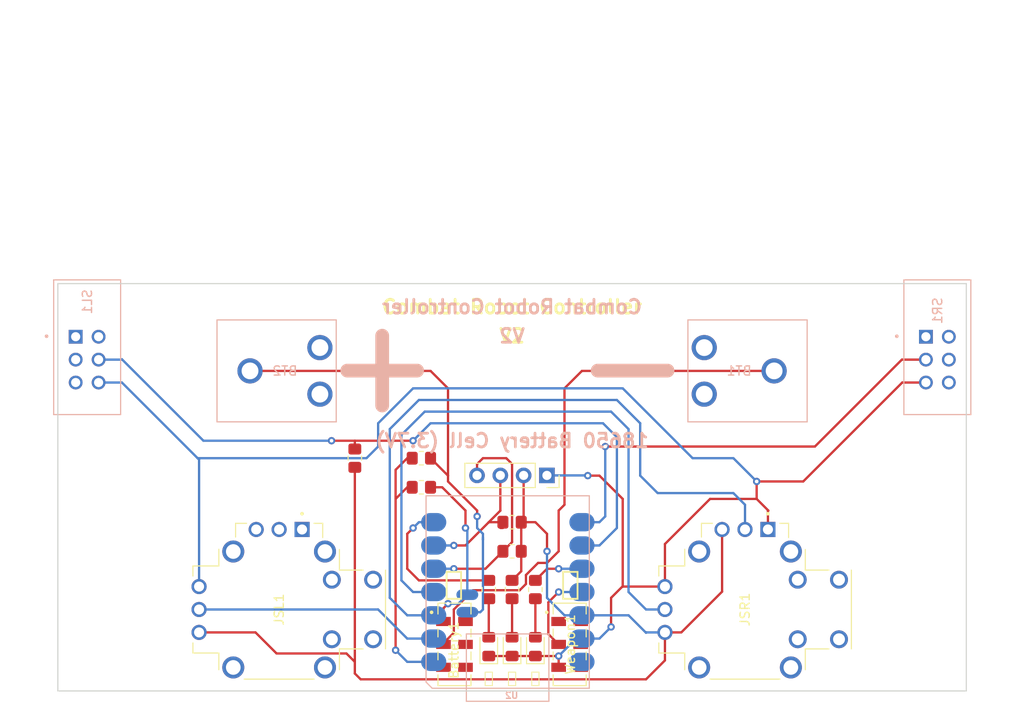
<source format=kicad_pcb>
(kicad_pcb (version 20221018) (generator pcbnew)
  (layers (0 "F.Cu" signal) (31 "B.Cu" signal) (34 "B.Paste" user) (35 "F.Paste" user) (36 "B.SilkS" user "B.Silkscreen") (37 "F.SilkS" user "F.Silkscreen") (38 "B.Mask" user) (39 "F.Mask" user) (44 "Edge.Cuts" user))
  (net 0 "")
  (net 1 "+3.3V")
  (net 2 "GND")
  (net 3 "Net-(U2-PA10_A2_D2)")
  (net 4 "Net-(Comms1-A)")
  (net 5 "Net-(Fault1-A)")
  (net 6 "Net-(U2-PA02_A0_D0)")
  (net 7 "Net-(U2-PA4_A1_D1)")
  (net 8 "Net-(OLED1-Pin_3)")
  (net 9 "Net-(OLED1-Pin_4)")
  (net 11 "Net-(U2-PA6_A10_D10_MOSI)")
  (net 14 "Net-(U2-PA5_A9_D9_MISO)")
  (net 18 "Net-(U2-PA7_A8_D8_SCK)")
  (net 19 "Net-(U2-PB08_A6_D6_TX)")
  (net 21 "Net-(BT3-+)")
  (net 23 "Net-(BT3--)")
  (net 25 "Net-(U2-BAT-)")
  (net 26 "Net-(BT1-Pad1_3)")
  (net 27 "Net-(U2-BAT+)")
  (net 28 "Net-(Power1-A)")
  (net 29 "Net-(U2-PA11_A3_D3)")
  (net 30 "Net-(U2-PB09_A7_D7_RX)")
  (net 32 "unconnected-(SL1-Pad3)")
  (footprint "SnapEDA Library:SW_JS202011JCQN" (layer "F.Cu") (at 184.08 109.22)
    (fp_text reference "Weapon1" (at 0.07 0 90) (layer "F.SilkS"))
    (fp_text value "sw2")
    (fp_line (start -1.8 -4.5) (end 1.8 -4.5) (stroke (width 0.127)) (layer "F.SilkS"))
    (fp_line (start -1.8 -3.32) (end -1.8 -4.5) (stroke (width 0.127)) (layer "F.SilkS"))
    (fp_line (start -1.8 -0.82) (end -1.8 -1.68) (stroke (width 0.127)) (layer "F.SilkS"))
    (fp_line (start -1.8 1.68) (end -1.8 0.82) (stroke (width 0.127)) (layer "F.SilkS"))
    (fp_line (start -1.8 4.5) (end -1.8 3.32) (stroke (width 0.127)) (layer "F.SilkS"))
    (fp_line (start 1.8 -4.5) (end 1.8 -3.32) (stroke (width 0.127)) (layer "F.SilkS"))
    (fp_line (start 1.8 -1.68) (end 1.8 -0.82) (stroke (width 0.127)) (layer "F.SilkS"))
    (fp_line (start 1.8 0.82) (end 1.8 1.68) (stroke (width 0.127)) (layer "F.SilkS"))
    (fp_line (start 1.8 3.32) (end 1.8 4.5) (stroke (width 0.127)) (layer "F.SilkS"))
    (fp_line (start 1.8 4.5) (end -1.8 4.5) (stroke (width 0.127)) (layer "F.SilkS"))
    (fp_circle (center -2.5 -3.5) (end -2.4 -3.5) (stroke (width 0.2)) (fill none) (layer "F.SilkS"))
    (pad "1" smd rect (at -1.2 -2.5) (size 1.6 1) (layers "F.Cu" "F.Paste" "F.Mask"))
    (pad "2" smd rect (at -1.2 0) (size 1.6 1) (layers "F.Cu" "F.Paste" "F.Mask") (net 11 "Net-(U2-PA6_A10_D10_MOSI)"))
    (pad "3" smd rect (at -1.2 2.5) (size 1.6 1) (layers "F.Cu" "F.Paste" "F.Mask") (net 2 "GND"))
    (pad "5" smd rect (at 1.2 -2.5) (size 1.6 1) (layers "F.Cu" "F.Paste" "F.Mask"))
    (pad "6" smd rect (at 1.2 0) (size 1.6 1) (layers "F.Cu" "F.Paste" "F.Mask"))
    (pad "7" smd rect (at 1.2 2.5) (size 1.6 1) (layers "F.Cu" "F.Paste" "F.Mask"))
  )
  (footprint "SnapEDA Library:SW_JS202011JCQN" (layer "F.Cu") (at 171.52 109.22)
    (fp_text reference "Battery1" (at -0.07 0.635 90) (layer "F.SilkS"))
    (fp_text value "sw1")
    (fp_line (start -1.8 -4.5) (end 1.8 -4.5) (stroke (width 0.127)) (layer "F.SilkS"))
    (fp_line (start -1.8 -3.32) (end -1.8 -4.5) (stroke (width 0.127)) (layer "F.SilkS"))
    (fp_line (start -1.8 -0.82) (end -1.8 -1.68) (stroke (width 0.127)) (layer "F.SilkS"))
    (fp_line (start -1.8 1.68) (end -1.8 0.82) (stroke (width 0.127)) (layer "F.SilkS"))
    (fp_line (start -1.8 4.5) (end -1.8 3.32) (stroke (width 0.127)) (layer "F.SilkS"))
    (fp_line (start 1.8 -4.5) (end 1.8 -3.32) (stroke (width 0.127)) (layer "F.SilkS"))
    (fp_line (start 1.8 -1.68) (end 1.8 -0.82) (stroke (width 0.127)) (layer "F.SilkS"))
    (fp_line (start 1.8 0.82) (end 1.8 1.68) (stroke (width 0.127)) (layer "F.SilkS"))
    (fp_line (start 1.8 3.32) (end 1.8 4.5) (stroke (width 0.127)) (layer "F.SilkS"))
    (fp_line (start 1.8 4.5) (end -1.8 4.5) (stroke (width 0.127)) (layer "F.SilkS"))
    (fp_circle (center -2.5 -3.5) (end -2.4 -3.5) (stroke (width 0.2)) (fill none) (layer "F.SilkS"))
    (pad "1" smd rect (at -1.2 -2.5) (size 1.6 1) (layers "F.Cu" "F.Paste" "F.Mask") (net 27 "Net-(U2-BAT+)"))
    (pad "2" smd rect (at -1.2 0) (size 1.6 1) (layers "F.Cu" "F.Paste" "F.Mask") (net 26 "Net-(BT1-Pad1_3)"))
    (pad "3" smd rect (at -1.2 2.5) (size 1.6 1) (layers "F.Cu" "F.Paste" "F.Mask"))
    (pad "5" smd rect (at 1.2 -2.5) (size 1.6 1) (layers "F.Cu" "F.Paste" "F.Mask"))
    (pad "6" smd rect (at 1.2 0) (size 1.6 1) (layers "F.Cu" "F.Paste" "F.Mask"))
    (pad "7" smd rect (at 1.2 2.5) (size 1.6 1) (layers "F.Cu" "F.Paste" "F.Mask"))
  )
  (footprint "Resistor_SMD:R_0805_2012Metric_Pad1.20x1.40mm_HandSolder" (layer "F.Cu") (at 167.91 88.9 180)
    (fp_text reference "220kohm2" hide)
    (fp_text value "R_US")
    (fp_line (start -0.227064 -0.735) (end 0.227064 -0.735) (stroke (width 0.12)) (layer "F.SilkS"))
    (fp_line (start -0.227064 0.735) (end 0.227064 0.735) (stroke (width 0.12)) (layer "F.SilkS"))
    (pad "1" smd roundrect (at -1 0 180) (size 1.2 1.4) (layers "F.Cu" "F.Paste" "F.Mask") (roundrect_rratio 0.208333) (net 25 "Net-(U2-BAT-)"))
    (pad "2" smd roundrect (at 1 0 180) (size 1.2 1.4) (layers "F.Cu" "F.Paste" "F.Mask") (roundrect_rratio 0.208333) (net 6 "Net-(U2-PA02_A0_D0)"))
  )
  (footprint "MountingHole:MountingHole_3.2mm_M3" (layer "F.Cu") (at 131.445 111.125)
    (fp_text reference "REF**" hide)
    (fp_text value "MountingHole_3.2mm_M3")
    (pad "" np_thru_hole circle (at 0 0) (size 3.2 3.2) (drill 3.2) (layers "F&B.Cu" "*.Mask"))
  )
  (footprint "LED_SMD:LED_0805_2012Metric_Pad1.15x1.40mm_HandSolder" (layer "F.Cu") (at 175.26 109.465 90)
    (fp_text reference "Fault1" hide)
    (fp_text value "LED")
    (fp_line (start -1.86 -0.96) (end -1.86 0.96) (stroke (width 0.12)) (layer "F.SilkS"))
    (fp_line (start -1.86 0.96) (end 1 0.96) (stroke (width 0.12)) (layer "F.SilkS"))
    (fp_line (start 1 -0.96) (end -1.86 -0.96) (stroke (width 0.12)) (layer "F.SilkS"))
    (pad "1" smd roundrect (at -1.025 0 90) (size 1.15 1.4) (layers "F.Cu" "F.Paste" "F.Mask") (roundrect_rratio 0.217391) (net 2 "GND"))
    (pad "2" smd roundrect (at 1.025 0 90) (size 1.15 1.4) (layers "F.Cu" "F.Paste" "F.Mask") (roundrect_rratio 0.217391) (net 5 "Net-(Fault1-A)"))
  )
  (footprint "MountingHole:MountingHole_3.2mm_M3" (layer "F.Cu") (at 224.155 88.9)
    (fp_text reference "REF**" hide)
    (fp_text value "MountingHole_3.2mm_M3")
    (pad "" np_thru_hole circle (at 0 0) (size 3.2 3.2) (drill 3.2) (layers "F&B.Cu" "*.Mask"))
  )
  (footprint "footprints:CNK_THB001P" (layer "F.Cu") (at 152.4 105.41 90)
    (fp_text reference "JSL1" (at 0 0 90) (layer "F.SilkS"))
    (fp_text value "THB001P")
    (fp_line (start -7.6 -3.81) (end -7.6 3.81) (stroke (width 0.127)) (layer "F.SilkS"))
    (fp_line (start -6.575 6.575) (end -4.3 6.575) (stroke (width 0.127)) (layer "F.SilkS"))
    (fp_line (start -4.75 -9.4) (end -4.75 -6.575) (stroke (width 0.127)) (layer "F.SilkS"))
    (fp_line (start -4.75 -6.575) (end -6.575 -6.575) (stroke (width 0.127)) (layer "F.SilkS"))
    (fp_line (start -4.3 6.575) (end -4.3 9.15) (stroke (width 0.127)) (layer "F.SilkS"))
    (fp_line (start -4.3 11.6) (end 4.3 11.6) (stroke (width 0.127)) (layer "F.SilkS"))
    (fp_line (start -3.65 -9.4) (end -4.75 -9.4) (stroke (width 0.127)) (layer "F.SilkS"))
    (fp_line (start 3.65 -9.4) (end 4.75 -9.4) (stroke (width 0.127)) (layer "F.SilkS"))
    (fp_line (start 4.3 6.575) (end 6.55 6.575) (stroke (width 0.127)) (layer "F.SilkS"))
    (fp_line (start 4.3 9.15) (end 4.3 6.575) (stroke (width 0.127)) (layer "F.SilkS"))
    (fp_line (start 4.75 -9.4) (end 4.75 -6.575) (stroke (width 0.127)) (layer "F.SilkS"))
    (fp_line (start 4.75 -6.575) (end 6.575 -6.575) (stroke (width 0.127)) (layer "F.SilkS"))
    (fp_line (start 7.9 -4.75) (end 9.4 -4.75) (stroke (width 0.127)) (layer "F.SilkS"))
    (fp_line (start 9.4 -4.75) (end 9.4 -3.55) (stroke (width 0.127)) (layer "F.SilkS"))
    (fp_line (start 9.4 3.8) (end 9.4 4.75) (stroke (width 0.127)) (layer "F.SilkS"))
    (fp_line (start 9.4 4.75) (end 7.85 4.75) (stroke (width 0.127)) (layer "F.SilkS"))
    (fp_circle (center 10.45 2.5) (end 10.55 2.5) (stroke (width 0.2)) (fill none) (layer "F.SilkS"))
    (pad "A" thru_hole circle (at -3.25 5.75 90) (size 1.95 1.95) (drill 1.3) (layers "*.Cu" "*.Mask"))
    (pad "B" thru_hole circle (at 3.25 5.75 90) (size 1.95 1.95) (drill 1.3) (layers "*.Cu" "*.Mask"))
    (pad "C" thru_hole circle (at -3.25 10.25 90) (size 1.95 1.95) (drill 1.3) (layers "*.Cu" "*.Mask"))
    (pad "D" thru_hole circle (at 3.25 10.25 90) (size 1.95 1.95) (drill 1.3) (layers "*.Cu" "*.Mask"))
    (pad "S1" thru_hole circle (at 6.325 -5 90) (size 2.4 2.4) (drill 1.6) (layers "*.Cu" "*.Mask"))
    (pad "S2" thru_hole circle (at -6.325 -5 90) (size 2.4 2.4) (drill 1.6) (layers "*.Cu" "*.Mask"))
    (pad "S3" thru_hole circle (at -6.325 5 90) (size 2.4 2.4) (drill 1.6) (layers "*.Cu" "*.Mask"))
    (pad "S4" thru_hole circle (at 6.325 5 90) (size 2.4 2.4) (drill 1.6) (layers "*.Cu" "*.Mask"))
    (pad "VR1_1" thru_hole rect (at 8.73 2.5 90) (size 1.65 1.65) (drill 1.1) (layers "*.Cu" "*.Mask"))
    (pad "VR1_2" thru_hole circle (at 8.73 0 90) (size 1.65 1.65) (drill 1.1) (layers "*.Cu" "*.Mask"))
    (pad "VR1_3" thru_hole circle (at 8.73 -2.5 90) (size 1.65 1.65) (drill 1.1) (layers "*.Cu" "*.Mask"))
    (pad "VR2_1" thru_hole circle (at 2.5 -8.73 90) (size 1.65 1.65) (drill 1.1) (layers "*.Cu" "*.Mask") (net 2 "GND"))
    (pad "VR2_2" thru_hole circle (at 0 -8.73 90) (size 1.65 1.65) (drill 1.1) (layers "*.Cu" "*.Mask") (net 7 "Net-(U2-PA4_A1_D1)"))
    (pad "VR2_3" thru_hole circle (at -2.5 -8.73 90) (size 1.65 1.65) (drill 1.1) (layers "*.Cu" "*.Mask") (net 1 "+3.3V"))
  )
  (footprint "footprints:CNK_THB001P" (layer "F.Cu") (at 203.2 105.41 90)
    (fp_text reference "JSR1" (at 0 0 90) (layer "F.SilkS"))
    (fp_text value "THB001P")
    (fp_line (start -7.6 -3.81) (end -7.6 3.81) (stroke (width 0.127)) (layer "F.SilkS"))
    (fp_line (start -6.575 6.575) (end -4.3 6.575) (stroke (width 0.127)) (layer "F.SilkS"))
    (fp_line (start -4.75 -9.4) (end -4.75 -6.575) (stroke (width 0.127)) (layer "F.SilkS"))
    (fp_line (start -4.75 -6.575) (end -6.575 -6.575) (stroke (width 0.127)) (layer "F.SilkS"))
    (fp_line (start -4.3 6.575) (end -4.3 9.15) (stroke (width 0.127)) (layer "F.SilkS"))
    (fp_line (start -4.3 11.6) (end 4.3 11.6) (stroke (width 0.127)) (layer "F.SilkS"))
    (fp_line (start -3.65 -9.4) (end -4.75 -9.4) (stroke (width 0.127)) (layer "F.SilkS"))
    (fp_line (start 3.65 -9.4) (end 4.75 -9.4) (stroke (width 0.127)) (layer "F.SilkS"))
    (fp_line (start 4.3 6.575) (end 6.55 6.575) (stroke (width 0.127)) (layer "F.SilkS"))
    (fp_line (start 4.3 9.15) (end 4.3 6.575) (stroke (width 0.127)) (layer "F.SilkS"))
    (fp_line (start 4.75 -9.4) (end 4.75 -6.575) (stroke (width 0.127)) (layer "F.SilkS"))
    (fp_line (start 4.75 -6.575) (end 6.575 -6.575) (stroke (width 0.127)) (layer "F.SilkS"))
    (fp_line (start 7.9 -4.75) (end 9.4 -4.75) (stroke (width 0.127)) (layer "F.SilkS"))
    (fp_line (start 9.4 -4.75) (end 9.4 -3.55) (stroke (width 0.127)) (layer "F.SilkS"))
    (fp_line (start 9.4 3.8) (end 9.4 4.75) (stroke (width 0.127)) (layer "F.SilkS"))
    (fp_line (start 9.4 4.75) (end 7.85 4.75) (stroke (width 0.127)) (layer "F.SilkS"))
    (fp_circle (center 10.45 2.5) (end 10.55 2.5) (stroke (width 0.2)) (fill none) (layer "F.SilkS"))
    (pad "A" thru_hole circle (at -3.25 5.75 90) (size 1.95 1.95) (drill 1.3) (layers "*.Cu" "*.Mask"))
    (pad "B" thru_hole circle (at 3.25 5.75 90) (size 1.95 1.95) (drill 1.3) (layers "*.Cu" "*.Mask"))
    (pad "C" thru_hole circle (at -3.25 10.25 90) (size 1.95 1.95) (drill 1.3) (layers "*.Cu" "*.Mask"))
    (pad "D" thru_hole circle (at 3.25 10.25 90) (size 1.95 1.95) (drill 1.3) (layers "*.Cu" "*.Mask"))
    (pad "S1" thru_hole circle (at 6.325 -5 90) (size 2.4 2.4) (drill 1.6) (layers "*.Cu" "*.Mask"))
    (pad "S2" thru_hole circle (at -6.325 -5 90) (size 2.4 2.4) (drill 1.6) (layers "*.Cu" "*.Mask"))
    (pad "S3" thru_hole circle (at -6.325 5 90) (size 2.4 2.4) (drill 1.6) (layers "*.Cu" "*.Mask"))
    (pad "S4" thru_hole circle (at 6.325 5 90) (size 2.4 2.4) (drill 1.6) (layers "*.Cu" "*.Mask"))
    (pad "VR1_1" thru_hole rect (at 8.73 2.5 90) (size 1.65 1.65) (drill 1.1) (layers "*.Cu" "*.Mask") (net 2 "GND"))
    (pad "VR1_2" thru_hole circle (at 8.73 0 90) (size 1.65 1.65) (drill 1.1) (layers "*.Cu" "*.Mask") (net 3 "Net-(U2-PA10_A2_D2)"))
    (pad "VR1_3" thru_hole circle (at 8.73 -2.5 90) (size 1.65 1.65) (drill 1.1) (layers "*.Cu" "*.Mask") (net 1 "+3.3V"))
    (pad "VR2_1" thru_hole circle (at 2.5 -8.73 90) (size 1.65 1.65) (drill 1.1) (layers "*.Cu" "*.Mask") (net 2 "GND"))
    (pad "VR2_2" thru_hole circle (at 0 -8.73 90) (size 1.65 1.65) (drill 1.1) (layers "*.Cu" "*.Mask") (net 29 "Net-(U2-PA11_A3_D3)"))
    (pad "VR2_3" thru_hole circle (at -2.5 -8.73 90) (size 1.65 1.65) (drill 1.1) (layers "*.Cu" "*.Mask") (net 1 "+3.3V"))
  )
  (footprint "Resistor_SMD:R_0805_2012Metric_Pad1.20x1.40mm_HandSolder" (layer "F.Cu") (at 180.34 103.235 90)
    (fp_text reference "600ohm2" hide)
    (fp_text value "R_US")
    (fp_line (start -0.227064 -0.735) (end 0.227064 -0.735) (stroke (width 0.12)) (layer "F.SilkS"))
    (fp_line (start -0.227064 0.735) (end 0.227064 0.735) (stroke (width 0.12)) (layer "F.SilkS"))
    (pad "1" smd roundrect (at -1 0 90) (size 1.2 1.4) (layers "F.Cu" "F.Paste" "F.Mask") (roundrect_rratio 0.208333) (net 4 "Net-(Comms1-A)"))
    (pad "2" smd roundrect (at 1 0 90) (size 1.2 1.4) (layers "F.Cu" "F.Paste" "F.Mask") (roundrect_rratio 0.208333) (net 14 "Net-(U2-PA5_A9_D9_MISO)"))
  )
  (footprint "Resistor_SMD:R_0805_2012Metric_Pad1.20x1.40mm_HandSolder" (layer "F.Cu") (at 177.8 95.885)
    (fp_text reference "2200ohm1" hide)
    (fp_text value "R_US")
    (fp_line (start -0.227064 -0.735) (end 0.227064 -0.735) (stroke (width 0.12)) (layer "F.SilkS"))
    (fp_line (start -0.227064 0.735) (end 0.227064 0.735) (stroke (width 0.12)) (layer "F.SilkS"))
    (pad "1" smd roundrect (at -1 0) (size 1.2 1.4) (layers "F.Cu" "F.Paste" "F.Mask") (roundrect_rratio 0.208333) (net 8 "Net-(OLED1-Pin_3)"))
    (pad "2" smd roundrect (at 1 0) (size 1.2 1.4) (layers "F.Cu" "F.Paste" "F.Mask") (roundrect_rratio 0.208333) (net 1 "+3.3V"))
  )
  (footprint "Resistor_SMD:R_0805_2012Metric_Pad1.20x1.40mm_HandSolder" (layer "F.Cu") (at 167.91 92.075)
    (fp_text reference "220kohm1" hide)
    (fp_text value "R_US")
    (fp_line (start -0.227064 -0.735) (end 0.227064 -0.735) (stroke (width 0.12)) (layer "F.SilkS"))
    (fp_line (start -0.227064 0.735) (end 0.227064 0.735) (stroke (width 0.12)) (layer "F.SilkS"))
    (pad "1" smd roundrect (at -1 0) (size 1.2 1.4) (layers "F.Cu" "F.Paste" "F.Mask") (roundrect_rratio 0.208333) (net 6 "Net-(U2-PA02_A0_D0)"))
    (pad "2" smd roundrect (at 1 0) (size 1.2 1.4) (layers "F.Cu" "F.Paste" "F.Mask") (roundrect_rratio 0.208333) (net 27 "Net-(U2-BAT+)"))
  )
  (footprint "LED_SMD:LED_0805_2012Metric_Pad1.15x1.40mm_HandSolder" (layer "F.Cu") (at 180.34 109.465 90)
    (fp_text reference "Comms1" hide)
    (fp_text value "LED")
    (fp_line (start -1.86 -0.96) (end -1.86 0.96) (stroke (width 0.12)) (layer "F.SilkS"))
    (fp_line (start -1.86 0.96) (end 1 0.96) (stroke (width 0.12)) (layer "F.SilkS"))
    (fp_line (start 1 -0.96) (end -1.86 -0.96) (stroke (width 0.12)) (layer "F.SilkS"))
    (pad "1" smd roundrect (at -1.025 0 90) (size 1.15 1.4) (layers "F.Cu" "F.Paste" "F.Mask") (roundrect_rratio 0.217391) (net 2 "GND"))
    (pad "2" smd roundrect (at 1.025 0 90) (size 1.15 1.4) (layers "F.Cu" "F.Paste" "F.Mask") (roundrect_rratio 0.217391) (net 4 "Net-(Comms1-A)"))
  )
  (footprint "Resistor_SMD:R_0805_2012Metric_Pad1.20x1.40mm_HandSolder" (layer "F.Cu") (at 177.8 99.06)
    (fp_text reference "2200ohm2" hide)
    (fp_text value "R_US")
    (fp_line (start -0.227064 -0.735) (end 0.227064 -0.735) (stroke (width 0.12)) (layer "F.SilkS"))
    (fp_line (start -0.227064 0.735) (end 0.227064 0.735) (stroke (width 0.12)) (layer "F.SilkS"))
    (pad "1" smd roundrect (at -1 0) (size 1.2 1.4) (layers "F.Cu" "F.Paste" "F.Mask") (roundrect_rratio 0.208333) (net 9 "Net-(OLED1-Pin_4)"))
    (pad "2" smd roundrect (at 1 0) (size 1.2 1.4) (layers "F.Cu" "F.Paste" "F.Mask") (roundrect_rratio 0.208333) (net 1 "+3.3V"))
  )
  (footprint "MountingHole:MountingHole_3.2mm_M3" (layer "F.Cu") (at 224.155 111.125)
    (fp_text reference "REF**" hide)
    (fp_text value "MountingHole_3.2mm_M3")
    (pad "" np_thru_hole circle (at 0 0) (size 3.2 3.2) (drill 3.2) (layers "F&B.Cu" "*.Mask"))
  )
  (footprint "Resistor_SMD:R_0805_2012Metric_Pad1.20x1.40mm_HandSolder" (layer "F.Cu") (at 160.655 88.9 90)
    (fp_text reference "10kohm1" hide)
    (fp_text value "R_US")
    (fp_line (start -0.227064 -0.735) (end 0.227064 -0.735) (stroke (width 0.12)) (layer "F.SilkS"))
    (fp_line (start -0.227064 0.735) (end 0.227064 0.735) (stroke (width 0.12)) (layer "F.SilkS"))
    (pad "1" smd roundrect (at -1 0 90) (size 1.2 1.4) (layers "F.Cu" "F.Paste" "F.Mask") (roundrect_rratio 0.208333) (net 1 "+3.3V"))
    (pad "2" smd roundrect (at 1 0 90) (size 1.2 1.4) (layers "F.Cu" "F.Paste" "F.Mask") (roundrect_rratio 0.208333) (net 18 "Net-(U2-PA7_A8_D8_SCK)"))
  )
  (footprint "Resistor_SMD:R_0805_2012Metric_Pad1.20x1.40mm_HandSolder" (layer "F.Cu") (at 177.8 103.235 90)
    (fp_text reference "600ohm3" hide)
    (fp_text value "R_US")
    (fp_line (start -0.227064 -0.735) (end 0.227064 -0.735) (stroke (width 0.12)) (layer "F.SilkS"))
    (fp_line (start -0.227064 0.735) (end 0.227064 0.735) (stroke (width 0.12)) (layer "F.SilkS"))
    (pad "1" smd roundrect (at -1 0 90) (size 1.2 1.4) (layers "F.Cu" "F.Paste" "F.Mask") (roundrect_rratio 0.208333) (net 28 "Net-(Power1-A)"))
    (pad "2" smd roundrect (at 1 0 90) (size 1.2 1.4) (layers "F.Cu" "F.Paste" "F.Mask") (roundrect_rratio 0.208333) (net 1 "+3.3V"))
  )
  (footprint "Connector_PinSocket_2.54mm:PinSocket_1x04_P2.54mm_Vertical" (layer "F.Cu") (at 181.6 90.78 -90)
    (fp_text reference "OLED1" hide)
    (fp_text value "Conn_01x04_Female")
    (fp_line (start -1.33 1.27) (end -1.33 8.95) (stroke (width 0.12)) (layer "F.SilkS"))
    (fp_line (start -1.33 1.27) (end 1.33 1.27) (stroke (width 0.12)) (layer "F.SilkS"))
    (fp_line (start -1.33 8.95) (end 1.33 8.95) (stroke (width 0.12)) (layer "F.SilkS"))
    (fp_line (start 0 -1.33) (end 1.33 -1.33) (stroke (width 0.12)) (layer "F.SilkS"))
    (fp_line (start 1.33 -1.33) (end 1.33 0) (stroke (width 0.12)) (layer "F.SilkS"))
    (fp_line (start 1.33 1.27) (end 1.33 8.95) (stroke (width 0.12)) (layer "F.SilkS"))
    (pad "1" thru_hole rect (at 0 0 270) (size 1.7 1.7) (drill 1) (layers "*.Cu" "*.Mask") (net 2 "GND"))
    (pad "2" thru_hole oval (at 0 2.54 270) (size 1.7 1.7) (drill 1) (layers "*.Cu" "*.Mask") (net 1 "+3.3V"))
    (pad "3" thru_hole oval (at 0 5.08 270) (size 1.7 1.7) (drill 1) (layers "*.Cu" "*.Mask") (net 8 "Net-(OLED1-Pin_3)"))
    (pad "4" thru_hole oval (at 0 7.62 270) (size 1.7 1.7) (drill 1) (layers "*.Cu" "*.Mask") (net 9 "Net-(OLED1-Pin_4)"))
  )
  (footprint "MountingHole:MountingHole_3.2mm_M3" (layer "F.Cu") (at 131.445 88.9)
    (fp_text reference "REF**" hide)
    (fp_text value "MountingHole_3.2mm_M3")
    (pad "" np_thru_hole circle (at 0 0) (size 3.2 3.2) (drill 3.2) (layers "*.Cu" "*.Mask"))
  )
  (footprint "LED_SMD:LED_0805_2012Metric_Pad1.15x1.40mm_HandSolder" (layer "F.Cu") (at 177.8 109.465 90)
    (fp_text reference "Power1" hide)
    (fp_text value "LED")
    (fp_line (start -1.86 -0.96) (end -1.86 0.96) (stroke (width 0.12)) (layer "F.SilkS"))
    (fp_line (start -1.86 0.96) (end 1 0.96) (stroke (width 0.12)) (layer "F.SilkS"))
    (fp_line (start 1 -0.96) (end -1.86 -0.96) (stroke (width 0.12)) (layer "F.SilkS"))
    (pad "1" smd roundrect (at -1.025 0 90) (size 1.15 1.4) (layers "F.Cu" "F.Paste" "F.Mask") (roundrect_rratio 0.217391) (net 2 "GND"))
    (pad "2" smd roundrect (at 1.025 0 90) (size 1.15 1.4) (layers "F.Cu" "F.Paste" "F.Mask") (roundrect_rratio 0.217391) (net 28 "Net-(Power1-A)"))
  )
  (footprint "Resistor_SMD:R_0805_2012Metric_Pad1.20x1.40mm_HandSolder" (layer "F.Cu") (at 175.26 103.235 90)
    (fp_text reference "600ohm1" hide)
    (fp_text value "R_US")
    (fp_line (start -0.227064 -0.735) (end 0.227064 -0.735) (stroke (width 0.12)) (layer "F.SilkS"))
    (fp_line (start -0.227064 0.735) (end 0.227064 0.735) (stroke (width 0.12)) (layer "F.SilkS"))
    (pad "1" smd roundrect (at -1 0 90) (size 1.2 1.4) (layers "F.Cu" "F.Paste" "F.Mask") (roundrect_rratio 0.208333) (net 5 "Net-(Fault1-A)"))
    (pad "2" smd roundrect (at 1 0 90) (size 1.2 1.4) (layers "F.Cu" "F.Paste" "F.Mask") (roundrect_rratio 0.208333) (net 19 "Net-(U2-PB08_A6_D6_TX)"))
  )
  (footprint "footprints:SW_PBH2UEESNPNAGX" (layer "B.Cu") (at 130.215 75.645 90)
    (fp_text reference "SL1" (at 3.81 1.27 270) (layer "B.SilkS") (effects (justify mirror)))
    (fp_text value "PBH2UEESNPNAGX")
    (fp_line (start -8.5 -2.4) (end 6.2 -2.4) (stroke (width 0.127)) (layer "B.SilkS"))
    (fp_line (start -8.5 4.9) (end -8.5 -2.4) (stroke (width 0.127)) (layer "B.SilkS"))
    (fp_line (start 6.2 -2.4) (end 6.2 4.9) (stroke (width 0.127)) (layer "B.SilkS"))
    (fp_line (start 6.2 4.9) (end -8.5 4.9) (stroke (width 0.127)) (layer "B.SilkS"))
    (fp_circle (center 0.051 -3.175) (end 0.151 -3.175) (stroke (width 0.2)) (fill none) (layer "B.SilkS"))
    (pad "1" thru_hole rect (at 0 0 90) (size 1.508 1.508) (drill 1) (layers "*.Cu" "*.Mask"))
    (pad "2" thru_hole circle (at -2.5 0 90) (size 1.508 1.508) (drill 1) (layers "*.Cu" "*.Mask"))
    (pad "3" thru_hole circle (at -5 0 90) (size 1.508 1.508) (drill 1) (layers "*.Cu" "*.Mask") (net 32 "unconnected-(SL1-Pad3)"))
    (pad "4" thru_hole circle (at 0 2.5 90) (size 1.508 1.508) (drill 1) (layers "*.Cu" "*.Mask"))
    (pad "5" thru_hole circle (at -2.5 2.5 90) (size 1.508 1.508) (drill 1) (layers "*.Cu" "*.Mask") (net 18 "Net-(U2-PA7_A8_D8_SCK)"))
    (pad "6" thru_hole circle (at -5 2.5 90) (size 1.508 1.508) (drill 1) (layers "*.Cu" "*.Mask") (net 2 "GND"))
  )
  (footprint "xiao ESP32C3_PCB:MOUDLE14P-SMD-2.54-21X17.8MM" (layer "B.Cu") (at 168.42 93.005)
    (fp_text reference "U2" (at 9.3345 21.7805 180) (layer "B.SilkS") (effects (font (size 0.7 0.7)) (justify mirror)))
    (fp_text value "MOUDLE-SEEEDUINO-XIAO-ESP32C3")
    (fp_line (start 0 0) (end 17.8 0) (stroke (width 0.127)) (layer "B.SilkS"))
    (fp_line (start 0 20.3285) (end 0 0) (stroke (width 0.127)) (layer "B.SilkS"))
    (fp_line (start 0.671541 21) (end 0 20.3285) (stroke (width 0.127)) (layer "B.SilkS"))
    (fp_line (start 4.396 15.072) (end 4.396 22.425) (stroke (width 0.127)) (layer "B.SilkS"))
    (fp_line (start 4.4 22.424) (end 13.395 22.424) (stroke (width 0.127)) (layer "B.SilkS"))
    (fp_line (start 13.395 15.072) (end 4.396 15.072) (stroke (width 0.127)) (layer "B.SilkS"))
    (fp_line (start 13.395 22.424) (end 13.395 15.072) (stroke (width 0.127)) (layer "B.SilkS"))
    (fp_line (start 17.8 0) (end 17.8 21) (stroke (width 0.127)) (layer "B.SilkS"))
    (fp_line (start 17.8 21) (end 0.671541 21) (stroke (width 0.127)) (layer "B.SilkS"))
    (pad "1" smd roundrect (at 0.835 18.12) (size 2.75 2) (layers "B.Cu" "B.Paste" "B.Mask") (roundrect_rratio 0.5) (net 6 "Net-(U2-PA02_A0_D0)"))
    (pad "2" smd roundrect (at 0.835 15.58) (size 2.75 2) (layers "B.Cu" "B.Paste" "B.Mask") (roundrect_rratio 0.5) (net 7 "Net-(U2-PA4_A1_D1)"))
    (pad "3" smd roundrect (at 0.835 13.04) (size 2.75 2) (layers "B.Cu" "B.Paste" "B.Mask") (roundrect_rratio 0.5) (net 3 "Net-(U2-PA10_A2_D2)"))
    (pad "4" smd roundrect (at 0.835 10.5) (size 2.75 2) (layers "B.Cu" "B.Paste" "B.Mask") (roundrect_rratio 0.5) (net 29 "Net-(U2-PA11_A3_D3)"))
    (pad "5" smd roundrect (at 0.835 7.96) (size 2.75 2) (layers "B.Cu" "B.Paste" "B.Mask") (roundrect_rratio 0.5) (net 9 "Net-(OLED1-Pin_4)"))
    (pad "6" smd roundrect (at 0.835 5.42) (size 2.75 2) (layers "B.Cu" "B.Paste" "B.Mask") (roundrect_rratio 0.5) (net 8 "Net-(OLED1-Pin_3)"))
    (pad "7" smd roundrect (at 0.835 2.88) (size 2.75 2) (layers "B.Cu" "B.Paste" "B.Mask") (roundrect_rratio 0.5) (net 19 "Net-(U2-PB08_A6_D6_TX)"))
    (pad "8" smd roundrect (at 17 2.88) (size 2.75 2) (layers "B.Cu" "B.Paste" "B.Mask") (roundrect_rratio 0.5) (net 30 "Net-(U2-PB09_A7_D7_RX)"))
    (pad "9" smd roundrect (at 17 5.42) (size 2.75 2) (layers "B.Cu" "B.Paste" "B.Mask") (roundrect_rratio 0.5) (net 18 "Net-(U2-PA7_A8_D8_SCK)"))
    (pad "10" smd roundrect (at 17 7.96) (size 2.75 2) (layers "B.Cu" "B.Paste" "B.Mask") (roundrect_rratio 0.5) (net 14 "Net-(U2-PA5_A9_D9_MISO)"))
    (pad "11" smd roundrect (at 17 10.5) (size 2.75 2) (layers "B.Cu" "B.Paste" "B.Mask") (roundrect_rratio 0.5) (net 11 "Net-(U2-PA6_A10_D10_MOSI)"))
    (pad "12" smd roundrect (at 17 13.04) (size 2.75 2) (layers "B.Cu" "B.Paste" "B.Mask") (roundrect_rratio 0.5) (net 1 "+3.3V"))
    (pad "13" smd roundrect (at 17 15.58) (size 2.75 2) (layers "B.Cu" "B.Paste" "B.Mask") (roundrect_rratio 0.5) (net 2 "GND"))
    (pad "14" smd roundrect (at 17 18.12) (size 2.75 2) (layers "B.Cu" "B.Paste" "B.Mask") (roundrect_rratio 0.5))
    (pad "B+" smd roundrect (at 4.5 10.795) (size 2.3875 1.15) (layers "B.Cu" "B.Paste" "B.Mask") (roundrect_rratio 0.5) (net 27 "Net-(U2-BAT+)"))
    (pad "B-" smd roundrect (at 4.50625 12.7) (size 2.3875 1.15) (layers "B.Cu" "B.Paste" "B.Mask") (roundrect_rratio 0.5) (net 25 "Net-(U2-BAT-)"))
  )
  (footprint "SnapEDA Library:BAT_54" (layer "B.Cu") (at 153.035 79.375 180)
    (fp_text reference "BT2" (at 0 0) (layer "B.SilkS") (effects (justify mirror)))
    (fp_text value "54")
    (fp_line (start -5.59 -5.56) (end -5.59 5.56) (stroke (width 0.127)) (layer "B.SilkS"))
    (fp_line (start -5.59 5.56) (end 7.41 5.56) (stroke (width 0.127)) (layer "B.SilkS"))
    (fp_line (start 7.41 -5.56) (end -5.59 -5.56) (stroke (width 0.127)) (layer "B.SilkS"))
    (fp_line (start 7.41 5.56) (end 7.41 -5.56) (stroke (width 0.127)) (layer "B.SilkS"))
    (pad "1_1" thru_hole circle (at -3.81 2.54 180) (size 2.745 2.745) (drill 1.83) (layers "*.Cu" "*.Mask") (net 23 "Net-(BT3--)"))
    (pad "1_2" thru_hole circle (at -3.81 -2.54 180) (size 2.745 2.745) (drill 1.83) (layers "*.Cu" "*.Mask"))
    (pad "1_3" thru_hole circle (at 3.81 0 180) (size 2.745 2.745) (drill 1.83) (layers "*.Cu" "*.Mask") (net 25 "Net-(U2-BAT-)"))
  )
  (footprint "SnapEDA Library:BAT_54" (layer "B.Cu") (at 202.565 79.375)
    (fp_text reference "BT1" (at 0 0) (layer "B.SilkS") (effects (justify mirror)))
    (fp_text value "54")
    (fp_line (start -5.59 -5.56) (end -5.59 5.56) (stroke (width 0.127)) (layer "B.SilkS"))
    (fp_line (start -5.59 5.56) (end 7.41 5.56) (stroke (width 0.127)) (layer "B.SilkS"))
    (fp_line (start 7.41 -5.56) (end -5.59 -5.56) (stroke (width 0.127)) (layer "B.SilkS"))
    (fp_line (start 7.41 5.56) (end 7.41 -5.56) (stroke (width 0.127)) (layer "B.SilkS"))
    (pad "1_1" thru_hole circle (at -3.81 2.54) (size 2.745 2.745) (drill 1.83) (layers "*.Cu" "*.Mask") (net 21 "Net-(BT3-+)"))
    (pad "1_2" thru_hole circle (at -3.81 -2.54) (size 2.745 2.745) (drill 1.83) (layers "*.Cu" "*.Mask"))
    (pad "1_3" thru_hole circle (at 3.81 0) (size 2.745 2.745) (drill 1.83) (layers "*.Cu" "*.Mask") (net 26 "Net-(BT1-Pad1_3)"))
  )
  (footprint "footprints:SW_PBH2UEESNPNAGX" (layer "B.Cu") (at 222.925 75.645 90)
    (fp_text reference "SR1" (at 2.83 1.27 270) (layer "B.SilkS") (effects (justify mirror)))
    (fp_text value "PBH2UEESNPNAGX")
    (fp_line (start -8.5 -2.4) (end 6.2 -2.4) (stroke (width 0.127)) (layer "B.SilkS"))
    (fp_line (start -8.5 4.9) (end -8.5 -2.4) (stroke (width 0.127)) (layer "B.SilkS"))
    (fp_line (start 6.2 -2.4) (end 6.2 4.9) (stroke (width 0.127)) (layer "B.SilkS"))
    (fp_line (start 6.2 4.9) (end -8.5 4.9) (stroke (width 0.127)) (layer "B.SilkS"))
    (fp_circle (center 0.051 -3.175) (end 0.151 -3.175) (stroke (width 0.2)) (fill none) (layer "B.SilkS"))
    (pad "1" thru_hole rect (at 0 0 90) (size 1.508 1.508) (drill 1) (layers "*.Cu" "*.Mask"))
    (pad "2" thru_hole circle (at -2.5 0 90) (size 1.508 1.508) (drill 1) (layers "*.Cu" "*.Mask") (net 30 "Net-(U2-PB09_A7_D7_RX)"))
    (pad "3" thru_hole circle (at -5 0 90) (size 1.508 1.508) (drill 1) (layers "*.Cu" "*.Mask") (net 2 "GND"))
    (pad "4" thru_hole circle (at 0 2.5 90) (size 1.508 1.508) (drill 1) (layers "*.Cu" "*.Mask"))
    (pad "5" thru_hole circle (at -2.5 2.5 90) (size 1.508 1.508) (drill 1) (layers "*.Cu" "*.Mask"))
    (pad "6" thru_hole circle (at -5 2.5 90) (size 1.508 1.508) (drill 1) (layers "*.Cu" "*.Mask"))
  )
  (gr_line (start 128.27 114.3) (end 227.33 114.3) (stroke (width 0.12)) (layer "Edge.Cuts"))
  (gr_line (start 227.33 69.85) (end 128.27 69.85) (stroke (width 0.12)) (layer "Edge.Cuts"))
  (gr_line (start 227.33 114.3) (end 227.33 69.85) (stroke (width 0.12)) (layer "Edge.Cuts"))
  (gr_line (start 128.27 69.85) (end 128.27 114.3) (stroke (width 0.12)) (layer "Edge.Cuts"))
  (gr_text "Combat Robot Controller" (at 177.8 72.39) (layer "B.SilkS") (effects (font (size 1.5 1.5) (thickness 0.3)) (justify mirror)))
  (gr_text "V2" (at 177.8 75.565) (layer "B.SilkS") (effects (font (size 1.5 1.5) (thickness 0.3)) (justify mirror)))
  (gr_text "-" (at 198.12 84.455) (layer "B.SilkS") (effects (font (size 10 10) (thickness 1.5)) (justify left bottom mirror)))
  (gr_text "+" (at 170.815 84.455) (layer "B.SilkS") (effects (font (size 10 10) (thickness 1.5)) (justify left bottom mirror)))
  (gr_text "18650 Battery Cell (3.7V)" (at 177.8 86.995) (layer "B.SilkS") (effects (font (size 1.5 1.5) (thickness 0.3)) (justify mirror)))
  (gr_text "" (at 180.34 113.665) (layer "F.SilkS") (effects (font (size 1.27 1.27)) (justify bottom)))
  (gr_text "" (at 175.26 113.665) (layer "F.SilkS") (effects (font (size 1.27 1.27)) (justify bottom)))
  (gr_text "" (at 184.15 104.14) (layer "F.SilkS") (effects (font (size 2.54 2.54)) (justify bottom)))
  (gr_text "" (at 171.45 104.14) (layer "F.SilkS") (effects (font (size 2.54 2.54)) (justify bottom)))
  (gr_text "Combat Robot Controller" (at 177.8 72.39) (layer "F.SilkS") (effects (font (size 1.5 1.5) (thickness 0.3))))
  (gr_text "V2" (at 177.8 75.565) (layer "F.SilkS") (effects (font (size 1.5 1.5) (thickness 0.3))))
  (gr_text "" (at 177.8 113.665) (layer "F.SilkS") (effects (font (size 1.27 1.27)) (justify bottom)))
  (segment (start 178.8 96.52) (end 179.06 96.26) (width 0.25) (layer "F.Cu") (net 1))
  (segment (start 200.7 96.68) (end 200.7 103.465) (width 0.25) (layer "F.Cu") (net 1))
  (segment (start 181.61 97.155) (end 180.34 95.885) (width 0.25) (layer "F.Cu") (net 1))
  (segment (start 180.34 95.885) (end 178.8 95.885) (width 0.25) (layer "F.Cu") (net 1))
  (segment (start 161.29 113.03) (end 160.655 112.395) (width 0.25) (layer "F.Cu") (net 1))
  (segment (start 178.8 101.235) (end 178.8 99.06) (width 0.25) (layer "F.Cu") (net 1))
  (segment (start 181.61 99.06) (end 181.61 97.155) (width 0.25) (layer "F.Cu") (net 1))
  (segment (start 149.82 107.91) (end 152.12 110.21) (width 0.25) (layer "F.Cu") (net 1))
  (segment (start 192.405 113.03) (end 161.29 113.03) (width 0.25) (layer "F.Cu") (net 1))
  (segment (start 178.8 99.06) (end 178.8 95.885) (width 0.25) (layer "F.Cu") (net 1))
  (segment (start 178.8 95.885) (end 179.06 95.625) (width 0.25) (layer "F.Cu") (net 1))
  (segment (start 177.8 102.235) (end 178.8 101.235) (width 0.25) (layer "F.Cu") (net 1))
  (segment (start 160.655 111.125) (end 160.655 89.9) (width 0.25) (layer "F.Cu") (net 1))
  (segment (start 196.255 107.91) (end 194.47 107.91) (width 0.25) (layer "F.Cu") (net 1))
  (segment (start 179.06 95.625) (end 179.06 90.78) (width 0.25) (layer "F.Cu") (net 1))
  (segment (start 152.12 110.21) (end 159.74 110.21) (width 0.25) (layer "F.Cu") (net 1))
  (segment (start 143.67 107.91) (end 149.82 107.91) (width 0.25) (layer "F.Cu") (net 1))
  (segment (start 160.655 112.395) (end 160.655 111.125) (width 0.25) (layer "F.Cu") (net 1))
  (segment (start 159.74 110.21) (end 160.655 111.125) (width 0.25) (layer "F.Cu") (net 1))
  (segment (start 200.7 103.465) (end 196.255 107.91) (width 0.25) (layer "F.Cu") (net 1))
  (segment (start 194.47 107.91) (end 194.47 110.965) (width 0.25) (layer "F.Cu") (net 1))
  (segment (start 194.47 110.965) (end 192.405 113.03) (width 0.25) (layer "F.Cu") (net 1))
  (via (at 181.61 99.06) (size 0.8) (drill 0.4) (layers "F.Cu" "B.Cu") (net 1))
  (segment (start 184.394695 106.045) (end 183.515 106.045) (width 0.25) (layer "B.Cu") (net 1))
  (segment (start 190.5 106.045) (end 185.42 106.045) (width 0.25) (layer "B.Cu") (net 1))
  (segment (start 192.405 107.95) (end 192.445 107.91) (width 0.25) (layer "B.Cu") (net 1))
  (segment (start 185.42 106.045) (end 184.394695 106.045) (width 0.25) (layer "B.Cu") (net 1))
  (segment (start 190.5 106.045) (end 192.405 107.95) (width 0.25) (layer "B.Cu") (net 1))
  (segment (start 183.515 106.045) (end 181.61 104.14) (width 0.25) (layer "B.Cu") (net 1))
  (segment (start 181.61 104.14) (end 181.61 99.06) (width 0.25) (layer "B.Cu") (net 1))
  (segment (start 192.445 107.91) (end 194.47 107.91) (width 0.25) (layer "B.Cu") (net 1))
  (segment (start 220.345 80.645) (end 209.55 91.44) (width 0.25) (layer "F.Cu") (net 2))
  (segment (start 189.865 102.87) (end 188.595 104.14) (width 0.25) (layer "F.Cu") (net 2))
  (segment (start 204.47 93.345) (end 204.47 91.44) (width 0.25) (layer "F.Cu") (net 2))
  (segment (start 189.865 93.345) (end 187.325 90.805) (width 0.25) (layer "F.Cu") (net 2))
  (segment (start 194.47 102.91) (end 189.905 102.91) (width 0.25) (layer "F.Cu") (net 2))
  (segment (start 204.47 93.345) (end 199.39 93.345) (width 0.25) (layer "F.Cu") (net 2))
  (segment (start 188.595 104.14) (end 188.595 107.315) (width 0.25) (layer "F.Cu") (net 2))
  (segment (start 187.325 90.805) (end 186.055 90.805) (width 0.25) (layer "F.Cu") (net 2))
  (segment (start 222.925 80.645) (end 220.345 80.645) (width 0.25) (layer "F.Cu") (net 2))
  (segment (start 189.905 102.91) (end 189.865 102.87) (width 0.25) (layer "F.Cu") (net 2))
  (segment (start 199.39 93.345) (end 194.47 98.265) (width 0.25) (layer "F.Cu") (net 2))
  (segment (start 209.55 91.44) (end 204.47 91.44) (width 0.25) (layer "F.Cu") (net 2))
  (segment (start 194.47 98.265) (end 194.47 102.91) (width 0.25) (layer "F.Cu") (net 2))
  (segment (start 205.7 94.655) (end 205.74 94.615) (width 0.25) (layer "F.Cu") (net 2))
  (segment (start 205.7 96.68) (end 205.7 94.655) (width 0.25) (layer "F.Cu") (net 2))
  (segment (start 189.865 102.87) (end 189.865 93.345) (width 0.25) (layer "F.Cu") (net 2))
  (segment (start 180.34 110.49) (end 182.88 110.49) (width 0.25) (layer "F.Cu") (net 2))
  (segment (start 175.26 110.49) (end 177.8 110.49) (width 0.25) (layer "F.Cu") (net 2))
  (segment (start 205.74 94.615) (end 204.47 93.345) (width 0.25) (layer "F.Cu") (net 2))
  (segment (start 177.8 110.49) (end 180.34 110.49) (width 0.25) (layer "F.Cu") (net 2))
  (segment (start 182.88 111.72) (end 182.88 110.49) (width 0.25) (layer "F.Cu") (net 2))
  (via (at 188.595 107.315) (size 0.8) (drill 0.4) (layers "F.Cu" "B.Cu") (net 2))
  (via (at 186.055 90.805) (size 0.8) (drill 0.4) (layers "F.Cu" "B.Cu") (net 2))
  (via (at 204.47 91.44) (size 0.8) (drill 0.4) (layers "F.Cu" "B.Cu") (net 2))
  (via (at 182.88 110.49) (size 0.8) (drill 0.4) (layers "F.Cu" "B.Cu") (net 2))
  (segment (start 189.865 81.28) (end 197.485 88.9) (width 0.25) (layer "B.Cu") (net 2))
  (segment (start 163.195 85.09) (end 167.005 81.28) (width 0.25) (layer "B.Cu") (net 2))
  (segment (start 167.005 81.28) (end 189.865 81.28) (width 0.25) (layer "B.Cu") (net 2))
  (segment (start 197.485 88.9) (end 201.93 88.9) (width 0.25) (layer "B.Cu") (net 2))
  (segment (start 135.255 80.645) (end 143.51 88.9) (width 0.25) (layer "B.Cu") (net 2))
  (segment (start 184.785 108.585) (end 185.42 108.585) (width 0.25) (layer "B.Cu") (net 2))
  (segment (start 187.325 108.585) (end 185.42 108.585) (width 0.25) (layer "B.Cu") (net 2))
  (segment (start 163.195 87.63) (end 163.195 85.09) (width 0.25) (layer "B.Cu") (net 2))
  (segment (start 186.055 90.805) (end 186.03 90.78) (width 0.25) (layer "B.Cu") (net 2))
  (segment (start 143.67 89.06) (end 143.51 88.9) (width 0.25) (layer "B.Cu") (net 2))
  (segment (start 143.51 88.9) (end 161.925 88.9) (width 0.25) (layer "B.Cu") (net 2))
  (segment (start 188.595 107.315) (end 187.325 108.585) (width 0.25) (layer "B.Cu") (net 2))
  (segment (start 201.93 88.9) (end 204.47 91.44) (width 0.25) (layer "B.Cu") (net 2))
  (segment (start 132.715 80.645) (end 135.255 80.645) (width 0.25) (layer "B.Cu") (net 2))
  (segment (start 161.925 88.9) (end 163.195 87.63) (width 0.25) (layer "B.Cu") (net 2))
  (segment (start 143.67 102.91) (end 143.67 89.06) (width 0.25) (layer "B.Cu") (net 2))
  (segment (start 182.88 110.49) (end 184.785 108.585) (width 0.25) (layer "B.Cu") (net 2))
  (segment (start 186.03 90.78) (end 181.6 90.78) (width 0.25) (layer "B.Cu") (net 2))
  (segment (start 191.77 90.805) (end 193.675 92.71) (width 0.25) (layer "B.Cu") (net 3))
  (segment (start 164.465 104.14) (end 164.465 85.725) (width 0.25) (layer "B.Cu") (net 3))
  (segment (start 191.77 85.09) (end 191.77 90.805) (width 0.25) (layer "B.Cu") (net 3))
  (segment (start 203.2 93.98) (end 203.2 96.68) (width 0.25) (layer "B.Cu") (net 3))
  (segment (start 167.64 82.55) (end 189.23 82.55) (width 0.25) (layer "B.Cu") (net 3))
  (segment (start 189.23 82.55) (end 191.77 85.09) (width 0.25) (layer "B.Cu") (net 3))
  (segment (start 164.465 85.725) (end 167.64 82.55) (width 0.25) (layer "B.Cu") (net 3))
  (segment (start 166.37 106.045) (end 164.465 104.14) (width 0.25) (layer "B.Cu") (net 3))
  (segment (start 193.675 92.71) (end 201.93 92.71) (width 0.25) (layer "B.Cu") (net 3))
  (segment (start 169.255 106.045) (end 166.37 106.045) (width 0.25) (layer "B.Cu") (net 3))
  (segment (start 201.93 92.71) (end 203.2 93.98) (width 0.25) (layer "B.Cu") (net 3))
  (segment (start 180.34 104.235) (end 180.34 108.44) (width 0.25) (layer "F.Cu") (net 4))
  (segment (start 175.26 104.235) (end 175.26 108.44) (width 0.25) (layer "F.Cu") (net 5))
  (segment (start 165.1 93.345) (end 165.1 109.855) (width 0.25) (layer "F.Cu") (net 6))
  (segment (start 165.1 90.17) (end 165.1 93.345) (width 0.25) (layer "F.Cu") (net 6))
  (segment (start 166.91 92.075) (end 166.37 92.075) (width 0.25) (layer "F.Cu") (net 6))
  (segment (start 166.37 92.075) (end 165.1 93.345) (width 0.25) (layer "F.Cu") (net 6))
  (segment (start 166.91 88.9) (end 166.37 88.9) (width 0.25) (layer "F.Cu") (net 6))
  (segment (start 166.37 88.9) (end 165.1 90.17) (width 0.25) (layer "F.Cu") (net 6))
  (via (at 165.1 109.855) (size 0.8) (drill 0.4) (layers "F.Cu" "B.Cu") (net 6))
  (segment (start 166.37 111.125) (end 165.1 109.855) (width 0.25) (layer "B.Cu") (net 6))
  (segment (start 169.255 111.125) (end 166.37 111.125) (width 0.25) (layer "B.Cu") (net 6))
  (segment (start 143.67 105.41) (end 144.145 105.41) (width 0.25) (layer "F.Cu") (net 7))
  (segment (start 169.255 108.585) (end 166.37 108.585) (width 0.25) (layer "B.Cu") (net 7))
  (segment (start 163.195 105.41) (end 143.67 105.41) (width 0.25) (layer "B.Cu") (net 7))
  (segment (start 166.37 108.585) (end 163.195 105.41) (width 0.25) (layer "B.Cu") (net 7))
  (segment (start 171.45 98.425) (end 172.72 98.425) (width 0.25) (layer "F.Cu") (net 8))
  (segment (start 176.8 95.885) (end 175.26 95.885) (width 0.25) (layer "F.Cu") (net 8))
  (segment (start 176.8 96.52) (end 176.53 96.52) (width 0.25) (layer "F.Cu") (net 8))
  (segment (start 176.52 94.605) (end 176.53 94.615) (width 0.25) (layer "F.Cu") (net 8))
  (segment (start 176.53 94.615) (end 175.26 95.885) (width 0.25) (layer "F.Cu") (net 8))
  (segment (start 172.72 98.425) (end 175.26 95.885) (width 0.25) (layer "F.Cu") (net 8))
  (segment (start 176.52 90.78) (end 176.52 94.605) (width 0.25) (layer "F.Cu") (net 8))
  (via (at 171.45 98.425) (size 0.8) (drill 0.4) (layers "F.Cu" "B.Cu") (net 8))
  (segment (start 169.255 98.425) (end 171.45 98.425) (width 0.25) (layer "B.Cu") (net 8))
  (segment (start 177.8 98.06) (end 176.8 99.06) (width 0.25) (layer "F.Cu") (net 9))
  (segment (start 171.45 100.965) (end 174.895 100.965) (width 0.25) (layer "F.Cu") (net 9))
  (segment (start 177.165 88.9) (end 177.8 89.535) (width 0.25) (layer "F.Cu") (net 9))
  (segment (start 173.98 90.78) (end 173.98 89.545) (width 0.25) (layer "F.Cu") (net 9))
  (segment (start 177.8 89.535) (end 177.8 98.06) (width 0.25) (layer "F.Cu") (net 9))
  (segment (start 174.895 100.965) (end 176.8 99.06) (width 0.25) (layer "F.Cu") (net 9))
  (segment (start 173.98 89.545) (end 174.625 88.9) (width 0.25) (layer "F.Cu") (net 9))
  (segment (start 174.625 88.9) (end 177.165 88.9) (width 0.25) (layer "F.Cu") (net 9))
  (via (at 171.45 100.965) (size 0.8) (drill 0.4) (layers "F.Cu" "B.Cu") (net 9))
  (segment (start 169.255 100.965) (end 171.45 100.965) (width 0.25) (layer "B.Cu") (net 9))
  (segment (start 181.755 104.63) (end 182.88 103.505) (width 0.25) (layer "F.Cu") (net 11))
  (segment (start 182.88 109.22) (end 181.755 108.095) (width 0.25) (layer "F.Cu") (net 11))
  (segment (start 181.755 108.095) (end 181.755 104.63) (width 0.25) (layer "F.Cu") (net 11))
  (via (at 182.88 103.505) (size 0.8) (drill 0.4) (layers "F.Cu" "B.Cu") (net 11))
  (segment (start 182.88 103.505) (end 185.42 103.505) (width 0.25) (layer "B.Cu") (net 11))
  (segment (start 180.34 102.235) (end 181.61 100.965) (width 0.25) (layer "F.Cu") (net 14))
  (segment (start 181.61 100.965) (end 182.88 100.965) (width 0.25) (layer "F.Cu") (net 14))
  (via (at 182.88 100.965) (size 0.8) (drill 0.4) (layers "F.Cu" "B.Cu") (net 14))
  (segment (start 182.88 100.965) (end 185.42 100.965) (width 0.25) (layer "B.Cu") (net 14))
  (segment (start 160.655 86.995) (end 167.005 86.995) (width 0.25) (layer "F.Cu") (net 18))
  (segment (start 160.655 86.995) (end 158.115 86.995) (width 0.25) (layer "F.Cu") (net 18))
  (segment (start 160.655 87.9) (end 160.655 86.995) (width 0.25) (layer "F.Cu") (net 18))
  (via (at 158.115 86.995) (size 0.8) (drill 0.4) (layers "F.Cu" "B.Cu") (net 18))
  (via (at 167.005 86.995) (size 0.8) (drill 0.4) (layers "F.Cu" "B.Cu") (net 18))
  (segment (start 144.145 86.995) (end 158.115 86.995) (width 0.25) (layer "B.Cu") (net 18))
  (segment (start 167.005 86.995) (end 168.91 85.09) (width 0.25) (layer "B.Cu") (net 18))
  (segment (start 189.23 96.52) (end 187.325 98.425) (width 0.25) (layer "B.Cu") (net 18))
  (segment (start 132.715 78.145) (end 135.215 78.145) (width 0.25) (layer "B.Cu") (net 18))
  (segment (start 135.215 78.145) (end 135.255 78.105) (width 0.25) (layer "B.Cu") (net 18))
  (segment (start 168.91 85.09) (end 187.715305 85.09) (width 0.25) (layer "B.Cu") (net 18))
  (segment (start 187.715305 85.09) (end 189.23 86.604695) (width 0.25) (layer "B.Cu") (net 18))
  (segment (start 187.325 98.425) (end 185.42 98.425) (width 0.25) (layer "B.Cu") (net 18))
  (segment (start 135.255 78.105) (end 144.145 86.995) (width 0.25) (layer "B.Cu") (net 18))
  (segment (start 189.23 86.604695) (end 189.23 96.52) (width 0.25) (layer "B.Cu") (net 18))
  (segment (start 175.26 102.235) (end 167.64 102.235) (width 0.25) (layer "F.Cu") (net 19))
  (segment (start 166.37 97.155) (end 167.005 96.52) (width 0.25) (layer "F.Cu") (net 19))
  (segment (start 167.64 102.235) (end 166.37 100.965) (width 0.25) (layer "F.Cu") (net 19))
  (segment (start 166.37 100.965) (end 166.37 97.155) (width 0.25) (layer "F.Cu") (net 19))
  (via (at 167.005 96.52) (size 0.8) (drill 0.4) (layers "F.Cu" "B.Cu") (net 19))
  (segment (start 167.005 96.52) (end 167.64 95.885) (width 0.25) (layer "B.Cu") (net 19))
  (segment (start 167.64 95.885) (end 169.255 95.885) (width 0.25) (layer "B.Cu") (net 19))
  (segment (start 173.99 94.615) (end 170.815 91.44) (width 0.25) (layer "F.Cu") (net 25))
  (segment (start 173.99 95.25) (end 173.99 94.615) (width 0.25) (layer "F.Cu") (net 25))
  (segment (start 170.815 81.28) (end 168.91 79.375) (width 0.25) (layer "F.Cu") (net 25))
  (segment (start 170.815 91.44) (end 170.815 90.805) (width 0.25) (layer "F.Cu") (net 25))
  (segment (start 168.91 79.375) (end 149.225 79.375) (width 0.25) (layer "F.Cu") (net 25))
  (segment (start 170.815 90.805) (end 168.91 88.9) (width 0.25) (layer "F.Cu") (net 25))
  (segment (start 170.815 90.805) (end 170.815 81.28) (width 0.25) (layer "F.Cu") (net 25))
  (via (at 173.99 95.25) (size 0.8) (drill 0.4) (layers "F.Cu" "B.Cu") (net 25))
  (segment (start 174.625 105.41) (end 174.33 105.705) (width 0.25) (layer "B.Cu") (net 25))
  (segment (start 174.625 97.544598) (end 174.625 97.79) (width 0.25) (layer "B.Cu") (net 25))
  (segment (start 174.33 105.705) (end 172.92625 105.705) (width 0.25) (layer "B.Cu") (net 25))
  (segment (start 174.625 97.155) (end 173.99 96.52) (width 0.25) (layer "B.Cu") (net 25))
  (segment (start 174.625 97.79) (end 174.625 97.155) (width 0.25) (layer "B.Cu") (net 25))
  (segment (start 174.625 97.79) (end 174.625 105.41) (width 0.25) (layer "B.Cu") (net 25))
  (segment (start 173.99 96.52) (end 173.99 95.25) (width 0.25) (layer "B.Cu") (net 25))
  (segment (start 179.315 102.625) (end 179.315 101.646827) (width 0.25) (layer "F.Cu") (net 26))
  (segment (start 206.375 79.375) (end 185.42 79.375) (width 0.25) (layer "F.Cu") (net 26))
  (segment (start 182.88 94.615) (end 182.88 99.06) (width 0.25) (layer "F.Cu") (net 26))
  (segment (start 180.631827 100.33) (end 181.61 100.33) (width 0.25) (layer "F.Cu") (net 26))
  (segment (start 183.515 81.28) (end 183.515 93.98) (width 0.25) (layer "F.Cu") (net 26))
  (segment (start 179.315 101.646827) (end 180.631827 100.33) (width 0.25) (layer "F.Cu") (net 26))
  (segment (start 183.515 93.98) (end 182.88 94.615) (width 0.25) (layer "F.Cu") (net 26))
  (segment (start 181.61 100.33) (end 182.88 99.06) (width 0.25) (layer "F.Cu") (net 26))
  (segment (start 173.55 103.31) (end 178.63 103.31) (width 0.25) (layer "F.Cu") (net 26))
  (segment (start 171.45 105.41) (end 173.55 103.31) (width 0.25) (layer "F.Cu") (net 26))
  (segment (start 185.42 79.375) (end 183.515 81.28) (width 0.25) (layer "F.Cu") (net 26))
  (segment (start 170.32 109.22) (end 170.32 109.08) (width 0.25) (layer "F.Cu") (net 26))
  (segment (start 170.32 109.08) (end 171.45 107.95) (width 0.25) (layer "F.Cu") (net 26))
  (segment (start 171.45 107.95) (end 171.45 105.41) (width 0.25) (layer "F.Cu") (net 26))
  (segment (start 178.63 103.31) (end 179.315 102.625) (width 0.25) (layer "F.Cu") (net 26))
  (segment (start 172.72 96.52) (end 172.72 94.615) (width 0.25) (layer "F.Cu") (net 27))
  (segment (start 172.72 94.615) (end 170.18 92.075) (width 0.25) (layer "F.Cu") (net 27))
  (segment (start 170.18 92.075) (end 168.91 92.075) (width 0.25) (layer "F.Cu") (net 27))
  (segment (start 170.815 104.775) (end 170.32 105.27) (width 0.25) (layer "F.Cu") (net 27))
  (segment (start 170.32 105.27) (end 170.32 106.72) (width 0.25) (layer "F.Cu") (net 27))
  (via (at 172.72 96.52) (size 0.8) (drill 0.4) (layers "F.Cu" "B.Cu") (net 27))
  (via (at 170.815 104.775) (size 0.8) (drill 0.4) (layers "F.Cu" "B.Cu") (net 27))
  (segment (start 172.92 103.8) (end 172.92 96.72) (width 0.25) (layer "B.Cu") (net 27))
  (segment (start 171.945 104.775) (end 172.92 103.8) (width 0.25) (layer "B.Cu") (net 27))
  (segment (start 170.815 104.775) (end 171.945 104.775) (width 0.25) (layer "B.Cu") (net 27))
  (segment (start 172.92 96.72) (end 172.72 96.52) (width 0.25) (layer "B.Cu") (net 27))
  (segment (start 177.8 108.44) (end 177.8 104.235) (width 0.25) (layer "F.Cu") (net 28))
  (segment (start 165.735 102.235) (end 165.735 86.36) (width 0.25) (layer "B.Cu") (net 29))
  (segment (start 190.5 103.505) (end 192.405 105.41) (width 0.25) (layer "B.Cu") (net 29))
  (segment (start 167.005 103.505) (end 165.735 102.235) (width 0.25) (layer "B.Cu") (net 29))
  (segment (start 190.5 85.725) (end 190.5 103.505) (width 0.25) (layer "B.Cu") (net 29))
  (segment (start 169.255 103.505) (end 167.005 103.505) (width 0.25) (layer "B.Cu") (net 29))
  (segment (start 188.595 83.82) (end 190.5 85.725) (width 0.25) (layer "B.Cu") (net 29))
  (segment (start 168.275 83.82) (end 188.595 83.82) (width 0.25) (layer "B.Cu") (net 29))
  (segment (start 192.405 105.41) (end 194.47 105.41) (width 0.25) (layer "B.Cu") (net 29))
  (segment (start 165.735 86.36) (end 168.275 83.82) (width 0.25) (layer "B.Cu") (net 29))
  (segment (start 210.82 87.63) (end 220.305 78.145) (width 0.25) (layer "F.Cu") (net 30))
  (segment (start 220.305 78.145) (end 222.925 78.145) (width 0.25) (layer "F.Cu") (net 30))
  (segment (start 187.96 87.63) (end 210.82 87.63) (width 0.25) (layer "F.Cu") (net 30))
  (via (at 187.96 87.63) (size 0.8) (drill 0.4) (layers "F.Cu" "B.Cu") (net 30))
  (segment (start 187.96 95.25) (end 187.325 95.885) (width 0.25) (layer "B.Cu") (net 30))
  (segment (start 187.96 95.25) (end 187.96 87.63) (width 0.25) (layer "B.Cu") (net 30))
  (segment (start 187.325 95.885) (end 185.42 95.885) (width 0.25) (layer "B.Cu") (net 30))
  (segment (start 130.73 80.565) (end 130.135 80.565) (width 0.25) (layer "B.Cu") (net 32))
)
</source>
